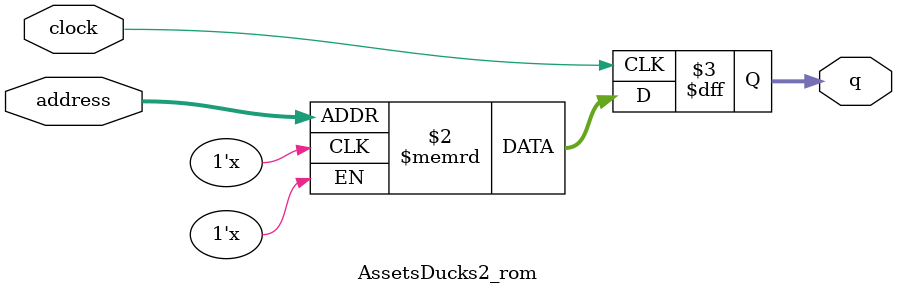
<source format=sv>
module AssetsDucks2_rom (
	input logic clock,
	input logic [11:0] address,
	output logic [3:0] q
);

logic [3:0] memory [0:4095] /* synthesis ram_init_file = "./AssetsDucks2/AssetsDucks2.mif" */;

always_ff @ (posedge clock) begin
	q <= memory[address];
end

endmodule

</source>
